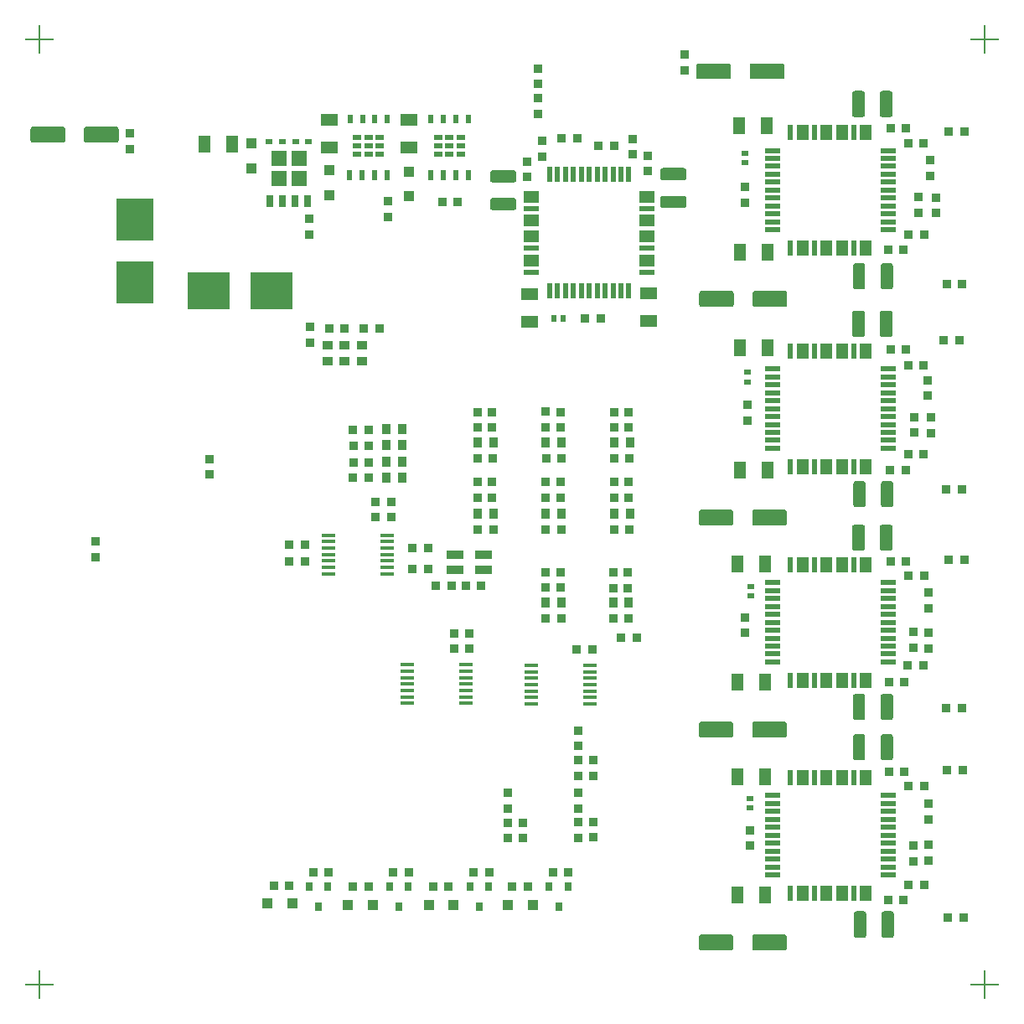
<source format=gtp>
%TF.GenerationSoftware,KiCad,Pcbnew,6.0.0-unknown-35da498~86~ubuntu19.04.1*%
%TF.CreationDate,2019-06-13T20:03:12-07:00*%
%TF.ProjectId,PrntrBoardV1,50726e74-7242-46f6-9172-6456312e6b69,rev?*%
%TF.SameCoordinates,PX1303eb8PY7093f24*%
%TF.FileFunction,Paste,Top*%
%TF.FilePolarity,Positive*%
%FSLAX46Y46*%
G04 Gerber Fmt 4.6, Leading zero omitted, Abs format (unit mm)*
G04 Created by KiCad (PCBNEW 6.0.0-unknown-35da498~86~ubuntu19.04.1) date 2019-06-13 20:03:12*
%MOMM*%
%LPD*%
G04 APERTURE LIST*
%ADD10C,0.100000*%
%ADD11C,1.250000*%
%ADD12R,3.810000X4.240000*%
%ADD13R,4.240000X3.810000*%
%ADD14R,0.820000X1.000000*%
%ADD15R,1.750000X0.900000*%
%ADD16R,0.875000X0.950000*%
%ADD17R,0.640000X0.590000*%
%ADD18R,0.590000X0.640000*%
%ADD19C,1.600000*%
%ADD20R,0.500000X1.600000*%
%ADD21R,1.300000X1.600000*%
%ADD22R,1.600000X0.500000*%
%ADD23R,1.600000X1.300000*%
%ADD24R,1.450000X0.450000*%
%ADD25R,0.800000X0.900000*%
%ADD26R,1.500000X1.500000*%
%ADD27R,0.700000X0.500000*%
%ADD28R,0.650000X1.200000*%
%ADD29R,0.900000X0.600000*%
%ADD30R,0.600000X0.900000*%
%ADD31R,0.600000X1.050000*%
%ADD32R,0.950000X0.875000*%
%ADD33R,1.000000X1.000000*%
%ADD34R,1.000000X0.820000*%
%ADD35R,1.250000X1.750000*%
%ADD36R,1.750000X1.250000*%
%ADD37R,3.000000X0.127000*%
%ADD38R,0.127000X3.000000*%
G04 APERTURE END LIST*
D10*
G36*
X87881671Y74652470D02*
G01*
X87962777Y74598277D01*
X88016970Y74517171D01*
X88036000Y74421500D01*
X88036000Y72271500D01*
X88016970Y72175829D01*
X87962777Y72094723D01*
X87881671Y72040530D01*
X87786000Y72021500D01*
X87036000Y72021500D01*
X86940329Y72040530D01*
X86859223Y72094723D01*
X86805030Y72175829D01*
X86786000Y72271500D01*
X86786000Y74421500D01*
X86805030Y74517171D01*
X86859223Y74598277D01*
X86940329Y74652470D01*
X87036000Y74671500D01*
X87786000Y74671500D01*
X87881671Y74652470D01*
X87881671Y74652470D01*
G37*
D11*
X87411000Y73346500D03*
D10*
G36*
X85081671Y74652470D02*
G01*
X85162777Y74598277D01*
X85216970Y74517171D01*
X85236000Y74421500D01*
X85236000Y72271500D01*
X85216970Y72175829D01*
X85162777Y72094723D01*
X85081671Y72040530D01*
X84986000Y72021500D01*
X84236000Y72021500D01*
X84140329Y72040530D01*
X84059223Y72094723D01*
X84005030Y72175829D01*
X83986000Y72271500D01*
X83986000Y74421500D01*
X84005030Y74517171D01*
X84059223Y74598277D01*
X84140329Y74652470D01*
X84236000Y74671500D01*
X84986000Y74671500D01*
X85081671Y74652470D01*
X85081671Y74652470D01*
G37*
D11*
X84611000Y73346500D03*
D10*
G36*
X87831671Y92052470D02*
G01*
X87912777Y91998277D01*
X87966970Y91917171D01*
X87986000Y91821500D01*
X87986000Y89671500D01*
X87966970Y89575829D01*
X87912777Y89494723D01*
X87831671Y89440530D01*
X87736000Y89421500D01*
X86986000Y89421500D01*
X86890329Y89440530D01*
X86809223Y89494723D01*
X86755030Y89575829D01*
X86736000Y89671500D01*
X86736000Y91821500D01*
X86755030Y91917171D01*
X86809223Y91998277D01*
X86890329Y92052470D01*
X86986000Y92071500D01*
X87736000Y92071500D01*
X87831671Y92052470D01*
X87831671Y92052470D01*
G37*
D11*
X87361000Y90746500D03*
D10*
G36*
X85031671Y92052470D02*
G01*
X85112777Y91998277D01*
X85166970Y91917171D01*
X85186000Y91821500D01*
X85186000Y89671500D01*
X85166970Y89575829D01*
X85112777Y89494723D01*
X85031671Y89440530D01*
X84936000Y89421500D01*
X84186000Y89421500D01*
X84090329Y89440530D01*
X84009223Y89494723D01*
X83955030Y89575829D01*
X83936000Y89671500D01*
X83936000Y91821500D01*
X83955030Y91917171D01*
X84009223Y91998277D01*
X84090329Y92052470D01*
X84186000Y92071500D01*
X84936000Y92071500D01*
X85031671Y92052470D01*
X85031671Y92052470D01*
G37*
D11*
X84561000Y90746500D03*
D10*
G36*
X67031671Y84252470D02*
G01*
X67112777Y84198277D01*
X67166970Y84117171D01*
X67186000Y84021500D01*
X67186000Y83271500D01*
X67166970Y83175829D01*
X67112777Y83094723D01*
X67031671Y83040530D01*
X66936000Y83021500D01*
X64786000Y83021500D01*
X64690329Y83040530D01*
X64609223Y83094723D01*
X64555030Y83175829D01*
X64536000Y83271500D01*
X64536000Y84021500D01*
X64555030Y84117171D01*
X64609223Y84198277D01*
X64690329Y84252470D01*
X64786000Y84271500D01*
X66936000Y84271500D01*
X67031671Y84252470D01*
X67031671Y84252470D01*
G37*
D11*
X65861000Y83646500D03*
D10*
G36*
X67031671Y81452470D02*
G01*
X67112777Y81398277D01*
X67166970Y81317171D01*
X67186000Y81221500D01*
X67186000Y80471500D01*
X67166970Y80375829D01*
X67112777Y80294723D01*
X67031671Y80240530D01*
X66936000Y80221500D01*
X64786000Y80221500D01*
X64690329Y80240530D01*
X64609223Y80294723D01*
X64555030Y80375829D01*
X64536000Y80471500D01*
X64536000Y81221500D01*
X64555030Y81317171D01*
X64609223Y81398277D01*
X64690329Y81452470D01*
X64786000Y81471500D01*
X66936000Y81471500D01*
X67031671Y81452470D01*
X67031671Y81452470D01*
G37*
D11*
X65861000Y80846500D03*
D10*
G36*
X49831671Y84052470D02*
G01*
X49912777Y83998277D01*
X49966970Y83917171D01*
X49986000Y83821500D01*
X49986000Y83071500D01*
X49966970Y82975829D01*
X49912777Y82894723D01*
X49831671Y82840530D01*
X49736000Y82821500D01*
X47586000Y82821500D01*
X47490329Y82840530D01*
X47409223Y82894723D01*
X47355030Y82975829D01*
X47336000Y83071500D01*
X47336000Y83821500D01*
X47355030Y83917171D01*
X47409223Y83998277D01*
X47490329Y84052470D01*
X47586000Y84071500D01*
X49736000Y84071500D01*
X49831671Y84052470D01*
X49831671Y84052470D01*
G37*
D11*
X48661000Y83446500D03*
D10*
G36*
X49831671Y81252470D02*
G01*
X49912777Y81198277D01*
X49966970Y81117171D01*
X49986000Y81021500D01*
X49986000Y80271500D01*
X49966970Y80175829D01*
X49912777Y80094723D01*
X49831671Y80040530D01*
X49736000Y80021500D01*
X47586000Y80021500D01*
X47490329Y80040530D01*
X47409223Y80094723D01*
X47355030Y80175829D01*
X47336000Y80271500D01*
X47336000Y81021500D01*
X47355030Y81117171D01*
X47409223Y81198277D01*
X47490329Y81252470D01*
X47586000Y81271500D01*
X49736000Y81271500D01*
X49831671Y81252470D01*
X49831671Y81252470D01*
G37*
D11*
X48661000Y80646500D03*
D10*
G36*
X87881671Y31152470D02*
G01*
X87962777Y31098277D01*
X88016970Y31017171D01*
X88036000Y30921500D01*
X88036000Y28771500D01*
X88016970Y28675829D01*
X87962777Y28594723D01*
X87881671Y28540530D01*
X87786000Y28521500D01*
X87036000Y28521500D01*
X86940329Y28540530D01*
X86859223Y28594723D01*
X86805030Y28675829D01*
X86786000Y28771500D01*
X86786000Y30921500D01*
X86805030Y31017171D01*
X86859223Y31098277D01*
X86940329Y31152470D01*
X87036000Y31171500D01*
X87786000Y31171500D01*
X87881671Y31152470D01*
X87881671Y31152470D01*
G37*
D11*
X87411000Y29846500D03*
D10*
G36*
X85081671Y31152470D02*
G01*
X85162777Y31098277D01*
X85216970Y31017171D01*
X85236000Y30921500D01*
X85236000Y28771500D01*
X85216970Y28675829D01*
X85162777Y28594723D01*
X85081671Y28540530D01*
X84986000Y28521500D01*
X84236000Y28521500D01*
X84140329Y28540530D01*
X84059223Y28594723D01*
X84005030Y28675829D01*
X83986000Y28771500D01*
X83986000Y30921500D01*
X84005030Y31017171D01*
X84059223Y31098277D01*
X84140329Y31152470D01*
X84236000Y31171500D01*
X84986000Y31171500D01*
X85081671Y31152470D01*
X85081671Y31152470D01*
G37*
D11*
X84611000Y29846500D03*
D10*
G36*
X87831671Y48252470D02*
G01*
X87912777Y48198277D01*
X87966970Y48117171D01*
X87986000Y48021500D01*
X87986000Y45871500D01*
X87966970Y45775829D01*
X87912777Y45694723D01*
X87831671Y45640530D01*
X87736000Y45621500D01*
X86986000Y45621500D01*
X86890329Y45640530D01*
X86809223Y45694723D01*
X86755030Y45775829D01*
X86736000Y45871500D01*
X86736000Y48021500D01*
X86755030Y48117171D01*
X86809223Y48198277D01*
X86890329Y48252470D01*
X86986000Y48271500D01*
X87736000Y48271500D01*
X87831671Y48252470D01*
X87831671Y48252470D01*
G37*
D11*
X87361000Y46946500D03*
D10*
G36*
X85031671Y48252470D02*
G01*
X85112777Y48198277D01*
X85166970Y48117171D01*
X85186000Y48021500D01*
X85186000Y45871500D01*
X85166970Y45775829D01*
X85112777Y45694723D01*
X85031671Y45640530D01*
X84936000Y45621500D01*
X84186000Y45621500D01*
X84090329Y45640530D01*
X84009223Y45694723D01*
X83955030Y45775829D01*
X83936000Y45871500D01*
X83936000Y48021500D01*
X83955030Y48117171D01*
X84009223Y48198277D01*
X84090329Y48252470D01*
X84186000Y48271500D01*
X84936000Y48271500D01*
X85031671Y48252470D01*
X85031671Y48252470D01*
G37*
D11*
X84561000Y46946500D03*
D10*
G36*
X87981671Y9152470D02*
G01*
X88062777Y9098277D01*
X88116970Y9017171D01*
X88136000Y8921500D01*
X88136000Y6771500D01*
X88116970Y6675829D01*
X88062777Y6594723D01*
X87981671Y6540530D01*
X87886000Y6521500D01*
X87136000Y6521500D01*
X87040329Y6540530D01*
X86959223Y6594723D01*
X86905030Y6675829D01*
X86886000Y6771500D01*
X86886000Y8921500D01*
X86905030Y9017171D01*
X86959223Y9098277D01*
X87040329Y9152470D01*
X87136000Y9171500D01*
X87886000Y9171500D01*
X87981671Y9152470D01*
X87981671Y9152470D01*
G37*
D11*
X87511000Y7846500D03*
D10*
G36*
X85181671Y9152470D02*
G01*
X85262777Y9098277D01*
X85316970Y9017171D01*
X85336000Y8921500D01*
X85336000Y6771500D01*
X85316970Y6675829D01*
X85262777Y6594723D01*
X85181671Y6540530D01*
X85086000Y6521500D01*
X84336000Y6521500D01*
X84240329Y6540530D01*
X84159223Y6594723D01*
X84105030Y6675829D01*
X84086000Y6771500D01*
X84086000Y8921500D01*
X84105030Y9017171D01*
X84159223Y9098277D01*
X84240329Y9152470D01*
X84336000Y9171500D01*
X85086000Y9171500D01*
X85181671Y9152470D01*
X85181671Y9152470D01*
G37*
D11*
X84711000Y7846500D03*
D10*
G36*
X87881671Y27052470D02*
G01*
X87962777Y26998277D01*
X88016970Y26917171D01*
X88036000Y26821500D01*
X88036000Y24671500D01*
X88016970Y24575829D01*
X87962777Y24494723D01*
X87881671Y24440530D01*
X87786000Y24421500D01*
X87036000Y24421500D01*
X86940329Y24440530D01*
X86859223Y24494723D01*
X86805030Y24575829D01*
X86786000Y24671500D01*
X86786000Y26821500D01*
X86805030Y26917171D01*
X86859223Y26998277D01*
X86940329Y27052470D01*
X87036000Y27071500D01*
X87786000Y27071500D01*
X87881671Y27052470D01*
X87881671Y27052470D01*
G37*
D11*
X87411000Y25746500D03*
D10*
G36*
X85081671Y27052470D02*
G01*
X85162777Y26998277D01*
X85216970Y26917171D01*
X85236000Y26821500D01*
X85236000Y24671500D01*
X85216970Y24575829D01*
X85162777Y24494723D01*
X85081671Y24440530D01*
X84986000Y24421500D01*
X84236000Y24421500D01*
X84140329Y24440530D01*
X84059223Y24494723D01*
X84005030Y24575829D01*
X83986000Y24671500D01*
X83986000Y26821500D01*
X84005030Y26917171D01*
X84059223Y26998277D01*
X84140329Y27052470D01*
X84236000Y27071500D01*
X84986000Y27071500D01*
X85081671Y27052470D01*
X85081671Y27052470D01*
G37*
D11*
X84611000Y25746500D03*
D10*
G36*
X87931671Y52652470D02*
G01*
X88012777Y52598277D01*
X88066970Y52517171D01*
X88086000Y52421500D01*
X88086000Y50271500D01*
X88066970Y50175829D01*
X88012777Y50094723D01*
X87931671Y50040530D01*
X87836000Y50021500D01*
X87086000Y50021500D01*
X86990329Y50040530D01*
X86909223Y50094723D01*
X86855030Y50175829D01*
X86836000Y50271500D01*
X86836000Y52421500D01*
X86855030Y52517171D01*
X86909223Y52598277D01*
X86990329Y52652470D01*
X87086000Y52671500D01*
X87836000Y52671500D01*
X87931671Y52652470D01*
X87931671Y52652470D01*
G37*
D11*
X87461000Y51346500D03*
D10*
G36*
X85131671Y52652470D02*
G01*
X85212777Y52598277D01*
X85266970Y52517171D01*
X85286000Y52421500D01*
X85286000Y50271500D01*
X85266970Y50175829D01*
X85212777Y50094723D01*
X85131671Y50040530D01*
X85036000Y50021500D01*
X84286000Y50021500D01*
X84190329Y50040530D01*
X84109223Y50094723D01*
X84055030Y50175829D01*
X84036000Y50271500D01*
X84036000Y52421500D01*
X84055030Y52517171D01*
X84109223Y52598277D01*
X84190329Y52652470D01*
X84286000Y52671500D01*
X85036000Y52671500D01*
X85131671Y52652470D01*
X85131671Y52652470D01*
G37*
D11*
X84661000Y51346500D03*
D10*
G36*
X87831671Y69852470D02*
G01*
X87912777Y69798277D01*
X87966970Y69717171D01*
X87986000Y69621500D01*
X87986000Y67471500D01*
X87966970Y67375829D01*
X87912777Y67294723D01*
X87831671Y67240530D01*
X87736000Y67221500D01*
X86986000Y67221500D01*
X86890329Y67240530D01*
X86809223Y67294723D01*
X86755030Y67375829D01*
X86736000Y67471500D01*
X86736000Y69621500D01*
X86755030Y69717171D01*
X86809223Y69798277D01*
X86890329Y69852470D01*
X86986000Y69871500D01*
X87736000Y69871500D01*
X87831671Y69852470D01*
X87831671Y69852470D01*
G37*
D11*
X87361000Y68546500D03*
D10*
G36*
X85031671Y69852470D02*
G01*
X85112777Y69798277D01*
X85166970Y69717171D01*
X85186000Y69621500D01*
X85186000Y67471500D01*
X85166970Y67375829D01*
X85112777Y67294723D01*
X85031671Y67240530D01*
X84936000Y67221500D01*
X84186000Y67221500D01*
X84090329Y67240530D01*
X84009223Y67294723D01*
X83955030Y67375829D01*
X83936000Y67471500D01*
X83936000Y69621500D01*
X83955030Y69717171D01*
X84009223Y69798277D01*
X84090329Y69852470D01*
X84186000Y69871500D01*
X84936000Y69871500D01*
X85031671Y69852470D01*
X85031671Y69852470D01*
G37*
D11*
X84561000Y68546500D03*
D12*
X11486000Y79071500D03*
X11486000Y72701500D03*
D13*
X18891000Y71896500D03*
X25261000Y71896500D03*
D14*
X36836000Y56246500D03*
X38436000Y56246500D03*
D15*
X43761000Y43646500D03*
X46661000Y43646500D03*
X46661000Y45196500D03*
X43761000Y45196500D03*
D16*
X44886000Y42046500D03*
X46461000Y42046500D03*
X43436000Y42046500D03*
X41861000Y42046500D03*
D17*
X73111000Y84811500D03*
X73111000Y85781500D03*
D18*
X54746000Y69046500D03*
X53776000Y69046500D03*
D17*
X73686000Y41024000D03*
X73686000Y41994000D03*
X73611000Y19599000D03*
X73611000Y20569000D03*
X73361000Y62649000D03*
X73361000Y63619000D03*
D10*
G36*
X71756671Y28327470D02*
G01*
X71837777Y28273277D01*
X71891970Y28192171D01*
X71911000Y28096500D01*
X71911000Y26996500D01*
X71891970Y26900829D01*
X71837777Y26819723D01*
X71756671Y26765530D01*
X71661000Y26746500D01*
X68661000Y26746500D01*
X68565329Y26765530D01*
X68484223Y26819723D01*
X68430030Y26900829D01*
X68411000Y26996500D01*
X68411000Y28096500D01*
X68430030Y28192171D01*
X68484223Y28273277D01*
X68565329Y28327470D01*
X68661000Y28346500D01*
X71661000Y28346500D01*
X71756671Y28327470D01*
X71756671Y28327470D01*
G37*
D19*
X70161000Y27546500D03*
D10*
G36*
X77156671Y28327470D02*
G01*
X77237777Y28273277D01*
X77291970Y28192171D01*
X77311000Y28096500D01*
X77311000Y26996500D01*
X77291970Y26900829D01*
X77237777Y26819723D01*
X77156671Y26765530D01*
X77061000Y26746500D01*
X74061000Y26746500D01*
X73965329Y26765530D01*
X73884223Y26819723D01*
X73830030Y26900829D01*
X73811000Y26996500D01*
X73811000Y28096500D01*
X73830030Y28192171D01*
X73884223Y28273277D01*
X73965329Y28327470D01*
X74061000Y28346500D01*
X77061000Y28346500D01*
X77156671Y28327470D01*
X77156671Y28327470D01*
G37*
D19*
X75561000Y27546500D03*
D20*
X77701000Y76196500D03*
D21*
X78901000Y76196500D03*
X81301000Y76196500D03*
X82901000Y76196500D03*
X85301000Y76196500D03*
X85301000Y87896500D03*
X82901000Y87896500D03*
X81301000Y87896500D03*
X78901000Y87896500D03*
D20*
X80101000Y76196500D03*
X84101000Y76196500D03*
X84101000Y87896500D03*
X80101000Y87896500D03*
X77701000Y87896500D03*
D22*
X87551000Y78046500D03*
X87551000Y78846500D03*
X87551000Y79646500D03*
X87551000Y80446500D03*
X87551000Y81246500D03*
X87551000Y82046500D03*
X87551000Y82846500D03*
X87551000Y83646500D03*
X87551000Y84446500D03*
X87551000Y85246500D03*
X87551000Y86046500D03*
X75851000Y86046500D03*
X75851000Y85246500D03*
X75851000Y84446500D03*
X75851000Y83646500D03*
X75851000Y82846500D03*
X75851000Y82046500D03*
X75851000Y81246500D03*
X75851000Y80446500D03*
X75851000Y79646500D03*
X75851000Y78846500D03*
X75851000Y78046500D03*
X63211000Y73746500D03*
D23*
X63211000Y74946500D03*
X63211000Y77346500D03*
X63211000Y78946500D03*
X63211000Y81346500D03*
X51511000Y81346500D03*
X51511000Y78946500D03*
X51511000Y77346500D03*
X51511000Y74946500D03*
D22*
X63211000Y76146500D03*
X63211000Y80146500D03*
X51511000Y80146500D03*
X51511000Y76146500D03*
X51511000Y73746500D03*
D20*
X61361000Y83596500D03*
X60561000Y83596500D03*
X59761000Y83596500D03*
X58961000Y83596500D03*
X58161000Y83596500D03*
X57361000Y83596500D03*
X56561000Y83596500D03*
X55761000Y83596500D03*
X54961000Y83596500D03*
X54161000Y83596500D03*
X53361000Y83596500D03*
X53361000Y71896500D03*
X54161000Y71896500D03*
X54961000Y71896500D03*
X55761000Y71896500D03*
X56561000Y71896500D03*
X57361000Y71896500D03*
X58161000Y71896500D03*
X58961000Y71896500D03*
X59761000Y71896500D03*
X60561000Y71896500D03*
X61361000Y71896500D03*
X77701000Y32516500D03*
D21*
X78901000Y32516500D03*
X81301000Y32516500D03*
X82901000Y32516500D03*
X85301000Y32516500D03*
X85301000Y44216500D03*
X82901000Y44216500D03*
X81301000Y44216500D03*
X78901000Y44216500D03*
D20*
X80101000Y32516500D03*
X84101000Y32516500D03*
X84101000Y44216500D03*
X80101000Y44216500D03*
X77701000Y44216500D03*
D22*
X87551000Y34366500D03*
X87551000Y35166500D03*
X87551000Y35966500D03*
X87551000Y36766500D03*
X87551000Y37566500D03*
X87551000Y38366500D03*
X87551000Y39166500D03*
X87551000Y39966500D03*
X87551000Y40766500D03*
X87551000Y41566500D03*
X87551000Y42366500D03*
X75851000Y42366500D03*
X75851000Y41566500D03*
X75851000Y40766500D03*
X75851000Y39966500D03*
X75851000Y39166500D03*
X75851000Y38366500D03*
X75851000Y37566500D03*
X75851000Y36766500D03*
X75851000Y35966500D03*
X75851000Y35166500D03*
X75851000Y34366500D03*
D20*
X77701000Y11006500D03*
D21*
X78901000Y11006500D03*
X81301000Y11006500D03*
X82901000Y11006500D03*
X85301000Y11006500D03*
X85301000Y22706500D03*
X82901000Y22706500D03*
X81301000Y22706500D03*
X78901000Y22706500D03*
D20*
X80101000Y11006500D03*
X84101000Y11006500D03*
X84101000Y22706500D03*
X80101000Y22706500D03*
X77701000Y22706500D03*
D22*
X87551000Y12856500D03*
X87551000Y13656500D03*
X87551000Y14456500D03*
X87551000Y15256500D03*
X87551000Y16056500D03*
X87551000Y16856500D03*
X87551000Y17656500D03*
X87551000Y18456500D03*
X87551000Y19256500D03*
X87551000Y20056500D03*
X87551000Y20856500D03*
X75851000Y20856500D03*
X75851000Y20056500D03*
X75851000Y19256500D03*
X75851000Y18456500D03*
X75851000Y17656500D03*
X75851000Y16856500D03*
X75851000Y16056500D03*
X75851000Y15256500D03*
X75851000Y14456500D03*
X75851000Y13656500D03*
X75851000Y12856500D03*
D20*
X77701000Y54106500D03*
D21*
X78901000Y54106500D03*
X81301000Y54106500D03*
X82901000Y54106500D03*
X85301000Y54106500D03*
X85301000Y65806500D03*
X82901000Y65806500D03*
X81301000Y65806500D03*
X78901000Y65806500D03*
D20*
X80101000Y54106500D03*
X84101000Y54106500D03*
X84101000Y65806500D03*
X80101000Y65806500D03*
X77701000Y65806500D03*
D22*
X87551000Y55956500D03*
X87551000Y56756500D03*
X87551000Y57556500D03*
X87551000Y58356500D03*
X87551000Y59156500D03*
X87551000Y59956500D03*
X87551000Y60756500D03*
X87551000Y61556500D03*
X87551000Y62356500D03*
X87551000Y63156500D03*
X87551000Y63956500D03*
X75851000Y63956500D03*
X75851000Y63156500D03*
X75851000Y62356500D03*
X75851000Y61556500D03*
X75851000Y60756500D03*
X75851000Y59956500D03*
X75851000Y59156500D03*
X75851000Y58356500D03*
X75851000Y57556500D03*
X75851000Y56756500D03*
X75851000Y55956500D03*
D24*
X44876001Y34081499D03*
X44876001Y33431499D03*
X44876001Y32781499D03*
X44876001Y32131499D03*
X44876001Y31481499D03*
X44876001Y30831499D03*
X44876001Y30181499D03*
X38976001Y30181499D03*
X38976001Y30831499D03*
X38976001Y31481499D03*
X38976001Y32131499D03*
X38976001Y32781499D03*
X38976001Y33431499D03*
X38976001Y34081499D03*
X36936001Y47171499D03*
X36936001Y46521499D03*
X36936001Y45871499D03*
X36936001Y45221499D03*
X36936001Y44571499D03*
X36936001Y43921499D03*
X36936001Y43271499D03*
X31036001Y43271499D03*
X31036001Y43921499D03*
X31036001Y44571499D03*
X31036001Y45221499D03*
X31036001Y45871499D03*
X31036001Y46521499D03*
X31036001Y47171499D03*
X57386001Y34021499D03*
X57386001Y33371499D03*
X57386001Y32721499D03*
X57386001Y32071499D03*
X57386001Y31421499D03*
X57386001Y30771499D03*
X57386001Y30121499D03*
X51486001Y30121499D03*
X51486001Y30771499D03*
X51486001Y31421499D03*
X51486001Y32071499D03*
X51486001Y32721499D03*
X51486001Y33371499D03*
X51486001Y34021499D03*
D25*
X55211000Y11646500D03*
X53311000Y11646500D03*
X54261000Y9646500D03*
X30961000Y11646500D03*
X29061000Y11646500D03*
X30011000Y9646500D03*
X47211000Y11646500D03*
X45311000Y11646500D03*
X46261000Y9646500D03*
X39061000Y11646500D03*
X37161000Y11646500D03*
X38111000Y9646500D03*
D26*
X26016001Y83251499D03*
X28016001Y83251499D03*
X28016001Y85251499D03*
X26016001Y85251499D03*
D27*
X25016001Y86926499D03*
X26351001Y86926499D03*
X27681001Y86926499D03*
X29016001Y86926499D03*
D28*
X25111001Y80926499D03*
X26381001Y80926499D03*
X27651001Y80926499D03*
X28921001Y80926499D03*
D29*
X42091000Y86546500D03*
X42091000Y85696500D03*
X42091000Y87396500D03*
X44391000Y86546500D03*
X44391000Y85696500D03*
X44391000Y87396500D03*
X43241000Y87396500D03*
X43241000Y85696500D03*
D30*
X41361000Y89246500D03*
X45121000Y89246500D03*
X42641000Y89246500D03*
D31*
X42601000Y83526500D03*
X41331000Y83526500D03*
X43881000Y83526500D03*
X45151000Y83526500D03*
D30*
X43841000Y89246500D03*
D29*
X43241000Y86546500D03*
X33911000Y86531500D03*
X33911000Y85681500D03*
X33911000Y87381500D03*
X36211000Y86531500D03*
X36211000Y85681500D03*
X36211000Y87381500D03*
X35061000Y87381500D03*
X35061000Y85681500D03*
D30*
X33181000Y89231500D03*
X36941000Y89231500D03*
X34461000Y89231500D03*
D31*
X34421000Y83511500D03*
X33151000Y83511500D03*
X35701000Y83511500D03*
X36971000Y83511500D03*
D30*
X35661000Y89231500D03*
D29*
X35061000Y86531500D03*
D16*
X55236000Y13146500D03*
X53661000Y13146500D03*
X49586000Y11646500D03*
X51161000Y11646500D03*
X31036000Y13146500D03*
X29461000Y13146500D03*
X25486000Y11746500D03*
X27061000Y11746500D03*
X47236000Y13146500D03*
X45661000Y13146500D03*
X41561000Y11646500D03*
X43136000Y11646500D03*
X39136000Y13146500D03*
X37561000Y13146500D03*
X33486000Y11646500D03*
X35061000Y11646500D03*
D32*
X29161000Y68221500D03*
X29161000Y66646500D03*
X29061000Y79146500D03*
X29061000Y77571500D03*
X50661000Y16546500D03*
X50661000Y18121500D03*
X49161000Y21146500D03*
X49161000Y19571500D03*
D16*
X36161000Y68046500D03*
X34586000Y68046500D03*
X44061000Y80846500D03*
X42486000Y80846500D03*
D32*
X57761000Y16646500D03*
X57761000Y18221500D03*
X56261000Y21146500D03*
X56261000Y19571500D03*
D16*
X54536000Y38746500D03*
X52961000Y38746500D03*
D32*
X54461000Y43446500D03*
X54461000Y41871500D03*
D16*
X89111000Y76046500D03*
X87536000Y76046500D03*
X89361000Y88296500D03*
X87786000Y88296500D03*
X47636000Y54946500D03*
X46061000Y54946500D03*
D32*
X47561000Y59621500D03*
X47561000Y58046500D03*
D16*
X47661000Y47746500D03*
X46086000Y47746500D03*
D32*
X47561000Y52546500D03*
X47561000Y50971500D03*
X63261000Y85521500D03*
X63261000Y83946500D03*
X51061000Y84934000D03*
X51061000Y83359000D03*
D16*
X54561000Y54946500D03*
X52986000Y54946500D03*
D32*
X54461000Y59621500D03*
X54461000Y58046500D03*
D16*
X54536000Y47746500D03*
X52961000Y47746500D03*
D32*
X54461000Y52521500D03*
X54461000Y50946500D03*
D16*
X89186000Y32296500D03*
X87611000Y32296500D03*
X89361000Y44546500D03*
X87786000Y44546500D03*
X61436000Y54946500D03*
X59861000Y54946500D03*
D32*
X61361000Y59621500D03*
X61361000Y58046500D03*
D16*
X61436000Y47746500D03*
X59861000Y47746500D03*
D32*
X61361000Y52546500D03*
X61361000Y50971500D03*
D16*
X89111000Y10296500D03*
X87536000Y10296500D03*
X89186000Y23296500D03*
X87611000Y23296500D03*
X31086000Y68046500D03*
X32661000Y68046500D03*
D32*
X37061000Y80921500D03*
X37061000Y79346500D03*
X57761000Y22846500D03*
X57761000Y24421500D03*
X56261000Y27446500D03*
X56261000Y25871500D03*
D16*
X61348500Y38746500D03*
X59773500Y38746500D03*
D32*
X61261000Y43421500D03*
X61261000Y41846500D03*
D16*
X89348500Y53746500D03*
X87773500Y53746500D03*
X89361000Y65946500D03*
X87786000Y65946500D03*
X35061000Y57846500D03*
X33486000Y57846500D03*
D32*
X18996660Y53291540D03*
X18996660Y54866540D03*
D16*
X35086000Y54521500D03*
X33511000Y54521500D03*
X27061000Y44546500D03*
X28636000Y44546500D03*
X41061000Y45846500D03*
X39486000Y45846500D03*
X41061000Y43746500D03*
X39486000Y43746500D03*
X27061000Y46246500D03*
X28636000Y46246500D03*
X33486000Y52946500D03*
X35061000Y52946500D03*
X35086000Y56196500D03*
X33511000Y56196500D03*
D33*
X51661000Y9846500D03*
X49161000Y9846500D03*
X27361000Y9946500D03*
X24861000Y9946500D03*
X43661000Y9846500D03*
X41161000Y9846500D03*
X35461000Y9846500D03*
X32961000Y9846500D03*
X23261000Y84246500D03*
X23261000Y86746500D03*
D34*
X30961000Y64746500D03*
X30961000Y66346500D03*
D33*
X39161000Y83896500D03*
X39161000Y81396500D03*
D34*
X34361000Y64746500D03*
X34361000Y66346500D03*
D14*
X52961000Y40346500D03*
X54561000Y40346500D03*
X46061000Y56546500D03*
X47661000Y56546500D03*
X46061000Y49346500D03*
X47661000Y49346500D03*
X52961000Y56546500D03*
X54561000Y56546500D03*
X52961000Y49346500D03*
X54561000Y49346500D03*
X59861000Y56546500D03*
X61461000Y56546500D03*
X59861000Y49346500D03*
X61461000Y49346500D03*
D33*
X31061000Y84046500D03*
X31061000Y81546500D03*
D34*
X32661000Y64746500D03*
X32661000Y66346500D03*
D14*
X59761000Y40346500D03*
X61361000Y40346500D03*
X36836000Y57896500D03*
X38436000Y57896500D03*
X36836000Y54596500D03*
X38436000Y54596500D03*
X36861000Y52946500D03*
X38461000Y52946500D03*
D35*
X21261000Y86646500D03*
X18461000Y86646500D03*
D32*
X49161000Y16546500D03*
X49161000Y18121500D03*
D36*
X39161000Y89146500D03*
X39161000Y86346500D03*
D32*
X56261000Y16571500D03*
X56261000Y18146500D03*
X52961000Y41859000D03*
X52961000Y43434000D03*
D16*
X89611000Y77546500D03*
X91186000Y77546500D03*
D32*
X91761000Y85046500D03*
X91761000Y83471500D03*
D16*
X93686000Y87946500D03*
X95261000Y87946500D03*
X93486000Y72546500D03*
X95061000Y72546500D03*
D32*
X92361000Y81296500D03*
X92361000Y79721500D03*
D16*
X89573500Y86796500D03*
X91148500Y86796500D03*
D32*
X73111000Y80796500D03*
X73111000Y82371500D03*
X90611000Y81334000D03*
X90611000Y79759000D03*
D10*
G36*
X71806671Y71827470D02*
G01*
X71887777Y71773277D01*
X71941970Y71692171D01*
X71961000Y71596500D01*
X71961000Y70496500D01*
X71941970Y70400829D01*
X71887777Y70319723D01*
X71806671Y70265530D01*
X71711000Y70246500D01*
X68711000Y70246500D01*
X68615329Y70265530D01*
X68534223Y70319723D01*
X68480030Y70400829D01*
X68461000Y70496500D01*
X68461000Y71596500D01*
X68480030Y71692171D01*
X68534223Y71773277D01*
X68615329Y71827470D01*
X68711000Y71846500D01*
X71711000Y71846500D01*
X71806671Y71827470D01*
X71806671Y71827470D01*
G37*
D19*
X70211000Y71046500D03*
D10*
G36*
X77206671Y71827470D02*
G01*
X77287777Y71773277D01*
X77341970Y71692171D01*
X77361000Y71596500D01*
X77361000Y70496500D01*
X77341970Y70400829D01*
X77287777Y70319723D01*
X77206671Y70265530D01*
X77111000Y70246500D01*
X74111000Y70246500D01*
X74015329Y70265530D01*
X73934223Y70319723D01*
X73880030Y70400829D01*
X73861000Y70496500D01*
X73861000Y71596500D01*
X73880030Y71692171D01*
X73934223Y71773277D01*
X74015329Y71827470D01*
X74111000Y71846500D01*
X77111000Y71846500D01*
X77206671Y71827470D01*
X77206671Y71827470D01*
G37*
D19*
X75611000Y71046500D03*
D35*
X75261000Y88546500D03*
X72461000Y88546500D03*
X75361000Y75796500D03*
X72561000Y75796500D03*
D32*
X46061000Y58046500D03*
X46061000Y59621500D03*
X46061000Y50946500D03*
X46061000Y52521500D03*
X61761000Y85646500D03*
X61761000Y87221500D03*
D16*
X56136000Y87246500D03*
X54561000Y87246500D03*
D32*
X66961000Y94146500D03*
X66961000Y95721500D03*
X52161000Y91321500D03*
X52161000Y89746500D03*
X52161000Y92759000D03*
X52161000Y94334000D03*
X52561000Y85446500D03*
X52561000Y87021500D03*
D16*
X58536000Y69046500D03*
X56961000Y69046500D03*
X58286000Y86546500D03*
X59861000Y86546500D03*
D10*
G36*
X71506671Y94827470D02*
G01*
X71587777Y94773277D01*
X71641970Y94692171D01*
X71661000Y94596500D01*
X71661000Y93496500D01*
X71641970Y93400829D01*
X71587777Y93319723D01*
X71506671Y93265530D01*
X71411000Y93246500D01*
X68411000Y93246500D01*
X68315329Y93265530D01*
X68234223Y93319723D01*
X68180030Y93400829D01*
X68161000Y93496500D01*
X68161000Y94596500D01*
X68180030Y94692171D01*
X68234223Y94773277D01*
X68315329Y94827470D01*
X68411000Y94846500D01*
X71411000Y94846500D01*
X71506671Y94827470D01*
X71506671Y94827470D01*
G37*
D19*
X69911000Y94046500D03*
D10*
G36*
X76906671Y94827470D02*
G01*
X76987777Y94773277D01*
X77041970Y94692171D01*
X77061000Y94596500D01*
X77061000Y93496500D01*
X77041970Y93400829D01*
X76987777Y93319723D01*
X76906671Y93265530D01*
X76811000Y93246500D01*
X73811000Y93246500D01*
X73715329Y93265530D01*
X73634223Y93319723D01*
X73580030Y93400829D01*
X73561000Y93496500D01*
X73561000Y94596500D01*
X73580030Y94692171D01*
X73634223Y94773277D01*
X73715329Y94827470D01*
X73811000Y94846500D01*
X76811000Y94846500D01*
X76906671Y94827470D01*
X76906671Y94827470D01*
G37*
D19*
X75311000Y94046500D03*
D36*
X63361000Y71646500D03*
X63361000Y68846500D03*
X51361000Y71546500D03*
X51361000Y68746500D03*
D32*
X52961000Y58071500D03*
X52961000Y59646500D03*
X52961000Y50946500D03*
X52961000Y52521500D03*
D16*
X89536000Y34046500D03*
X91111000Y34046500D03*
D32*
X91611000Y41371500D03*
X91611000Y39796500D03*
D16*
X93695320Y44670980D03*
X95270320Y44670980D03*
X93436240Y29733240D03*
X95011240Y29733240D03*
D32*
X91611000Y37296500D03*
X91611000Y35721500D03*
D16*
X89611000Y43046500D03*
X91186000Y43046500D03*
D32*
X73111000Y37296500D03*
X73111000Y38871500D03*
X90111000Y37371500D03*
X90111000Y35796500D03*
D10*
G36*
X71756671Y6827470D02*
G01*
X71837777Y6773277D01*
X71891970Y6692171D01*
X71911000Y6596500D01*
X71911000Y5496500D01*
X71891970Y5400829D01*
X71837777Y5319723D01*
X71756671Y5265530D01*
X71661000Y5246500D01*
X68661000Y5246500D01*
X68565329Y5265530D01*
X68484223Y5319723D01*
X68430030Y5400829D01*
X68411000Y5496500D01*
X68411000Y6596500D01*
X68430030Y6692171D01*
X68484223Y6773277D01*
X68565329Y6827470D01*
X68661000Y6846500D01*
X71661000Y6846500D01*
X71756671Y6827470D01*
X71756671Y6827470D01*
G37*
D19*
X70161000Y6046500D03*
D10*
G36*
X77156671Y6827470D02*
G01*
X77237777Y6773277D01*
X77291970Y6692171D01*
X77311000Y6596500D01*
X77311000Y5496500D01*
X77291970Y5400829D01*
X77237777Y5319723D01*
X77156671Y5265530D01*
X77061000Y5246500D01*
X74061000Y5246500D01*
X73965329Y5265530D01*
X73884223Y5319723D01*
X73830030Y5400829D01*
X73811000Y5496500D01*
X73811000Y6596500D01*
X73830030Y6692171D01*
X73884223Y6773277D01*
X73965329Y6827470D01*
X74061000Y6846500D01*
X77061000Y6846500D01*
X77156671Y6827470D01*
X77156671Y6827470D01*
G37*
D19*
X75561000Y6046500D03*
D35*
X75111000Y44246500D03*
X72311000Y44246500D03*
X75111000Y32296500D03*
X72311000Y32296500D03*
D32*
X59861000Y58046500D03*
X59861000Y59621500D03*
X59861000Y50959000D03*
X59861000Y52534000D03*
D16*
X89611000Y11796500D03*
X91186000Y11796500D03*
D32*
X91611000Y20046500D03*
X91611000Y18471500D03*
D16*
X93512640Y23451820D03*
X95087640Y23451820D03*
X93611500Y8554720D03*
X95186500Y8554720D03*
D32*
X91611000Y15871500D03*
X91611000Y14296500D03*
D16*
X89611000Y21796500D03*
X91186000Y21796500D03*
D32*
X73611000Y15796500D03*
X73611000Y17371500D03*
X90111000Y15796500D03*
X90111000Y14221500D03*
D35*
X75111000Y10796500D03*
X72311000Y10796500D03*
X75111000Y22796500D03*
X72311000Y22796500D03*
D36*
X31061000Y89146500D03*
X31061000Y86346500D03*
D32*
X56261000Y22871500D03*
X56261000Y24446500D03*
X59761000Y41846500D03*
X59761000Y43421500D03*
D16*
X89561000Y55346500D03*
X91136000Y55346500D03*
D32*
X91506040Y62821820D03*
X91506040Y61246820D03*
D16*
X93156840Y66911220D03*
X94731840Y66911220D03*
X93438780Y51782980D03*
X95013780Y51782980D03*
D32*
X91861000Y59046500D03*
X91861000Y57471500D03*
D16*
X89561000Y64346500D03*
X91136000Y64346500D03*
D32*
X73361000Y58759000D03*
X73361000Y60334000D03*
X90161000Y59121500D03*
X90161000Y57546500D03*
D10*
G36*
X71756671Y49727470D02*
G01*
X71837777Y49673277D01*
X71891970Y49592171D01*
X71911000Y49496500D01*
X71911000Y48396500D01*
X71891970Y48300829D01*
X71837777Y48219723D01*
X71756671Y48165530D01*
X71661000Y48146500D01*
X68661000Y48146500D01*
X68565329Y48165530D01*
X68484223Y48219723D01*
X68430030Y48300829D01*
X68411000Y48396500D01*
X68411000Y49496500D01*
X68430030Y49592171D01*
X68484223Y49673277D01*
X68565329Y49727470D01*
X68661000Y49746500D01*
X71661000Y49746500D01*
X71756671Y49727470D01*
X71756671Y49727470D01*
G37*
D19*
X70161000Y48946500D03*
D10*
G36*
X77156671Y49727470D02*
G01*
X77237777Y49673277D01*
X77291970Y49592171D01*
X77311000Y49496500D01*
X77311000Y48396500D01*
X77291970Y48300829D01*
X77237777Y48219723D01*
X77156671Y48165530D01*
X77061000Y48146500D01*
X74061000Y48146500D01*
X73965329Y48165530D01*
X73884223Y48219723D01*
X73830030Y48300829D01*
X73811000Y48396500D01*
X73811000Y49496500D01*
X73830030Y49592171D01*
X73884223Y49673277D01*
X73965329Y49727470D01*
X74061000Y49746500D01*
X77061000Y49746500D01*
X77156671Y49727470D01*
X77156671Y49727470D01*
G37*
D19*
X75561000Y48946500D03*
D35*
X75361000Y53746500D03*
X72561000Y53746500D03*
X75361000Y66146500D03*
X72561000Y66146500D03*
D16*
X45261000Y35746500D03*
X43686000Y35746500D03*
X45248500Y37246500D03*
X43673500Y37246500D03*
X37336000Y50546500D03*
X35761000Y50546500D03*
X37336000Y49046500D03*
X35761000Y49046500D03*
D32*
X7461000Y46521500D03*
X7461000Y44946500D03*
D16*
X57648500Y35646500D03*
X56073500Y35646500D03*
D32*
X10961000Y87746500D03*
X10961000Y86171500D03*
D10*
G36*
X4256671Y88427470D02*
G01*
X4337777Y88373277D01*
X4391970Y88292171D01*
X4411000Y88196500D01*
X4411000Y87096500D01*
X4391970Y87000829D01*
X4337777Y86919723D01*
X4256671Y86865530D01*
X4161000Y86846500D01*
X1161000Y86846500D01*
X1065329Y86865530D01*
X984223Y86919723D01*
X930030Y87000829D01*
X911000Y87096500D01*
X911000Y88196500D01*
X930030Y88292171D01*
X984223Y88373277D01*
X1065329Y88427470D01*
X1161000Y88446500D01*
X4161000Y88446500D01*
X4256671Y88427470D01*
X4256671Y88427470D01*
G37*
D19*
X2661000Y87646500D03*
D10*
G36*
X9656671Y88427470D02*
G01*
X9737777Y88373277D01*
X9791970Y88292171D01*
X9811000Y88196500D01*
X9811000Y87096500D01*
X9791970Y87000829D01*
X9737777Y86919723D01*
X9656671Y86865530D01*
X9561000Y86846500D01*
X6561000Y86846500D01*
X6465329Y86865530D01*
X6384223Y86919723D01*
X6330030Y87000829D01*
X6311000Y87096500D01*
X6311000Y88196500D01*
X6330030Y88292171D01*
X6384223Y88373277D01*
X6465329Y88427470D01*
X6561000Y88446500D01*
X9561000Y88446500D01*
X9656671Y88427470D01*
X9656671Y88427470D01*
G37*
D19*
X8061000Y87646500D03*
D16*
X62148500Y36846500D03*
X60573500Y36846500D03*
D37*
X97336000Y97296500D03*
D38*
X97336000Y97296500D03*
D37*
X97336000Y1746500D03*
D38*
X97336000Y1746500D03*
D37*
X1786000Y97296500D03*
D38*
X1786000Y97296500D03*
D37*
X1786000Y1746500D03*
D38*
X1786000Y1746500D03*
M02*

</source>
